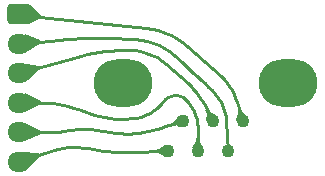
<source format=gbr>
%TF.GenerationSoftware,KiCad,Pcbnew,7.0.9*%
%TF.CreationDate,2023-11-19T17:19:26-08:00*%
%TF.ProjectId,M13-SDL-Rev1,4d31332d-5344-44c2-9d52-6576312e6b69,1*%
%TF.SameCoordinates,Original*%
%TF.FileFunction,Copper,L1,Top*%
%TF.FilePolarity,Positive*%
%FSLAX46Y46*%
G04 Gerber Fmt 4.6, Leading zero omitted, Abs format (unit mm)*
G04 Created by KiCad (PCBNEW 7.0.9) date 2023-11-19 17:19:26*
%MOMM*%
%LPD*%
G01*
G04 APERTURE LIST*
G04 Aperture macros list*
%AMRoundRect*
0 Rectangle with rounded corners*
0 $1 Rounding radius*
0 $2 $3 $4 $5 $6 $7 $8 $9 X,Y pos of 4 corners*
0 Add a 4 corners polygon primitive as box body*
4,1,4,$2,$3,$4,$5,$6,$7,$8,$9,$2,$3,0*
0 Add four circle primitives for the rounded corners*
1,1,$1+$1,$2,$3*
1,1,$1+$1,$4,$5*
1,1,$1+$1,$6,$7*
1,1,$1+$1,$8,$9*
0 Add four rect primitives between the rounded corners*
20,1,$1+$1,$2,$3,$4,$5,0*
20,1,$1+$1,$4,$5,$6,$7,0*
20,1,$1+$1,$6,$7,$8,$9,0*
20,1,$1+$1,$8,$9,$2,$3,0*%
G04 Aperture macros list end*
%TA.AperFunction,ComponentPad*%
%ADD10O,5.000000X4.000000*%
%TD*%
%TA.AperFunction,ComponentPad*%
%ADD11C,1.100000*%
%TD*%
%TA.AperFunction,ComponentPad*%
%ADD12O,1.950000X1.700000*%
%TD*%
%TA.AperFunction,ComponentPad*%
%ADD13RoundRect,0.250000X-0.725000X0.600000X-0.725000X-0.600000X0.725000X-0.600000X0.725000X0.600000X0*%
%TD*%
%TA.AperFunction,Conductor*%
%ADD14C,0.250000*%
%TD*%
%TA.AperFunction,Conductor*%
%ADD15C,0.000000*%
%TD*%
G04 APERTURE END LIST*
D10*
%TO.P,REF\u002A\u002A,14*%
%TO.N,N/C*%
X152970000Y-100600000D03*
%TO.P,REF\u002A\u002A,13*%
X139000000Y-100600000D03*
D11*
%TO.P,REF\u002A\u002A,6*%
%TO.N,M_DATA*%
X142810000Y-106315000D03*
%TO.P,REF\u002A\u002A,5*%
%TO.N,+5V*%
X144080000Y-103775000D03*
%TO.P,REF\u002A\u002A,4*%
%TO.N,KB_CLK*%
X145350000Y-106315000D03*
%TO.P,REF\u002A\u002A,3*%
%TO.N,GND*%
X147890000Y-106315000D03*
X146620000Y-103775000D03*
%TO.P,REF\u002A\u002A,1*%
%TO.N,M_CLK*%
X149160000Y-103775000D03*
%TD*%
D12*
%TO.P,REF\u002A\u002A,6*%
%TO.N,M_DATA*%
X130250000Y-107250000D03*
%TO.P,REF\u002A\u002A,5*%
%TO.N,+5V*%
X130250000Y-104750000D03*
%TO.P,REF\u002A\u002A,4*%
%TO.N,KB_CLK*%
X130250000Y-102250000D03*
%TO.P,REF\u002A\u002A,3*%
%TO.N,GND*%
X130250000Y-99750000D03*
%TO.P,REF\u002A\u002A,2*%
%TO.N,KB_DATA*%
X130250000Y-97250000D03*
D13*
%TO.P,REF\u002A\u002A,1*%
%TO.N,M_CLK*%
X130250000Y-94750000D03*
%TD*%
D14*
%TO.N,M_DATA*%
X138223811Y-106413191D02*
X138655060Y-106435686D01*
X136515719Y-106194411D02*
X136938282Y-106268192D01*
X133562481Y-106166659D02*
X133151352Y-106271652D01*
X135248750Y-106017510D02*
X134824443Y-106013747D01*
X134400782Y-106037436D02*
X133979540Y-106088478D01*
X137362879Y-106329185D02*
X137789124Y-106377335D01*
X135671924Y-106048710D02*
X136092195Y-106107215D01*
X139086791Y-106445156D02*
X139518612Y-106441590D01*
%TO.N,+5V*%
X135751903Y-104476443D02*
X135518587Y-104473040D01*
X134820470Y-104519210D02*
X134589634Y-104553311D01*
X142392354Y-104307395D02*
X142229836Y-104352041D01*
X140362223Y-104791247D02*
X139981531Y-104834084D01*
X135984891Y-104489247D02*
X136217175Y-104511431D01*
X130272655Y-104742966D02*
X130275412Y-104746324D01*
X139216124Y-104863015D02*
X139599186Y-104858027D01*
X143038944Y-104116667D02*
X142877838Y-104166166D01*
X134358952Y-104596953D02*
X134127913Y-104635093D01*
X133896046Y-104667825D02*
X133663477Y-104695127D01*
X138451607Y-104816127D02*
X138833285Y-104849037D01*
X130270566Y-104734628D02*
X130270992Y-104738952D01*
X141114918Y-104649352D02*
X140740327Y-104729619D01*
X130279024Y-104748738D02*
X130283182Y-104750000D01*
X135285324Y-104479042D02*
X135052492Y-104494441D01*
X132960541Y-104744514D02*
X132725928Y-104750000D01*
X142716364Y-104214455D02*
X142554534Y-104261533D01*
X143360021Y-104014054D02*
X143199675Y-104065963D01*
X130273463Y-104726534D02*
X130271414Y-104730366D01*
X133429061Y-104717107D02*
X133194961Y-104733548D01*
%TO.N,KB_CLK*%
X144093563Y-101775230D02*
X144309984Y-101927878D01*
X138783916Y-103613892D02*
X139228198Y-103612320D01*
X143850172Y-101670822D02*
X143590413Y-101619201D01*
X136170797Y-103142897D02*
X136594144Y-103277681D01*
X141617119Y-102905960D02*
X141281103Y-103112678D01*
X144542154Y-102178377D02*
X144727875Y-102420658D01*
X142219685Y-102398081D02*
X141931008Y-102666977D01*
X140174232Y-103520629D02*
X139784432Y-103581418D01*
X142826636Y-101791566D02*
X142614222Y-101949743D01*
X145318913Y-103949181D02*
X145350000Y-104280937D01*
X137898103Y-103547862D02*
X138340151Y-103592387D01*
X145164834Y-103301567D02*
X145257011Y-103621773D01*
X133987249Y-102446995D02*
X134415187Y-102544994D01*
X133120315Y-102309238D02*
X133555332Y-102368357D01*
X134838281Y-102662155D02*
X135255673Y-102798240D01*
X140926265Y-103285101D02*
X140556095Y-103421532D01*
X144890183Y-102679208D02*
X145027662Y-102951773D01*
X143325596Y-101622616D02*
X143067254Y-101680917D01*
X137023919Y-103390296D02*
X137458964Y-103480437D01*
X132683078Y-102269759D02*
X132244507Y-102250000D01*
%TO.N,GND*%
X145404459Y-101604859D02*
X145593742Y-101875351D01*
X140503076Y-97897973D02*
X140980361Y-98028798D01*
X144530921Y-100616757D02*
X144765892Y-100848667D01*
X145770568Y-102154144D02*
X145934574Y-102440667D01*
X136964021Y-97971177D02*
X136456069Y-98061239D01*
X137991391Y-97840233D02*
X137486693Y-97896030D01*
D15*
X146624123Y-104023598D02*
X146621392Y-104024142D01*
D14*
X142310828Y-98677928D02*
X142707687Y-98973595D01*
X146615874Y-104023598D02*
X146618605Y-104024142D01*
D15*
X146629013Y-104020984D02*
X146626697Y-104022532D01*
D14*
X135951333Y-98167854D02*
X135450350Y-98290907D01*
X146610984Y-104020984D02*
X146613300Y-104022532D01*
X139004907Y-97778252D02*
X138497642Y-97800960D01*
X144990109Y-101090990D02*
X145203111Y-101343227D01*
X141443401Y-98203471D02*
X141888176Y-98420476D01*
X140015688Y-97812132D02*
X139522426Y-97772017D01*
%TO.N,KB_DATA*%
X134244258Y-96857222D02*
X133662154Y-96905653D01*
X146576611Y-101192692D02*
X146851146Y-101505776D01*
X144661372Y-99411356D02*
X144983625Y-99707572D01*
X135410568Y-96791076D02*
X134827123Y-96819026D01*
X144014779Y-98821206D02*
X144338423Y-99115900D01*
X147715793Y-103378788D02*
X147775994Y-103790816D01*
X137162588Y-96768772D02*
X137746557Y-96781861D01*
X142945281Y-97912758D02*
X143358024Y-98226021D01*
X145943198Y-100597928D02*
X146256637Y-100891541D01*
X147094475Y-101843686D02*
X147304365Y-102203321D01*
X136578480Y-96765945D02*
X135994413Y-96773381D01*
X142046110Y-97399514D02*
X142506870Y-97636559D01*
X145314249Y-100012923D02*
X145629068Y-100305055D01*
X140051315Y-96874051D02*
X140565301Y-96939688D01*
X141071637Y-97049754D02*
X141566488Y-97203417D01*
X147478892Y-102581384D02*
X147616455Y-102974408D01*
%TO.N,M_CLK*%
X142029150Y-96135998D02*
X142550588Y-96319412D01*
X130322593Y-94801592D02*
X130330942Y-94803178D01*
X144006455Y-97106162D02*
X144445604Y-97441850D01*
X130306453Y-94796317D02*
X130314411Y-94799299D01*
X147810485Y-100561722D02*
X148027081Y-100856487D01*
X130291445Y-94788377D02*
X130298779Y-94792668D01*
X148548977Y-101819842D02*
X148677584Y-102162275D01*
X130278003Y-94778003D02*
X130284502Y-94783477D01*
X148222959Y-101165408D02*
X148397197Y-101487030D01*
X147319312Y-100020130D02*
X147574192Y-100282498D01*
X143056012Y-96543205D02*
X143542303Y-96805996D01*
X140951197Y-95894587D02*
X141494920Y-95994098D01*
%TO.N,M_DATA*%
X138655060Y-106435686D02*
X139086791Y-106445156D01*
X135248750Y-106017510D02*
X135671924Y-106048710D01*
X136938282Y-106268192D02*
X137362879Y-106329185D01*
X133562481Y-106166659D02*
X133979540Y-106088478D01*
%TO.N,+5V*%
X143038944Y-104116667D02*
X143199675Y-104065963D01*
X132960541Y-104744514D02*
X133194961Y-104733548D01*
X134127913Y-104635093D02*
X133896046Y-104667825D01*
X139216124Y-104863015D02*
X138833285Y-104849037D01*
X130270566Y-104734628D02*
X130271414Y-104730366D01*
X140362223Y-104791247D02*
X140740327Y-104729619D01*
X142392354Y-104307395D02*
X142554534Y-104261533D01*
X134820470Y-104519210D02*
X135052492Y-104494441D01*
X135751903Y-104476443D02*
X135984891Y-104489247D01*
X130275412Y-104746324D02*
X130279024Y-104748738D01*
%TO.N,KB_CLK*%
X141617119Y-102905960D02*
X141931008Y-102666977D01*
X138783916Y-103613892D02*
X138340151Y-103592387D01*
X140174232Y-103520629D02*
X140556095Y-103421532D01*
X136594144Y-103277681D02*
X137023919Y-103390296D01*
X142826636Y-101791566D02*
X143067254Y-101680917D01*
X144727875Y-102420658D02*
X144890183Y-102679208D01*
X134415187Y-102544994D02*
X134838281Y-102662155D01*
X144093563Y-101775230D02*
X143850172Y-101670822D01*
X145318913Y-103949181D02*
X145257011Y-103621773D01*
X133120315Y-102309238D02*
X132683078Y-102269759D01*
%TO.N,GND*%
X137991391Y-97840233D02*
X138497642Y-97800960D01*
X140503076Y-97897973D02*
X140015688Y-97812132D01*
X145593742Y-101875351D02*
X145770568Y-102154144D01*
X144765892Y-100848667D02*
X144990109Y-101090990D01*
X142310828Y-98677928D02*
X141888176Y-98420476D01*
D15*
X146624123Y-104023598D02*
X146626697Y-104022532D01*
D14*
X146615874Y-104023598D02*
X146613300Y-104022532D01*
X136456069Y-98061239D02*
X135951333Y-98167854D01*
%TO.N,KB_DATA*%
X144661372Y-99411356D02*
X144338423Y-99115900D01*
X146851146Y-101505776D02*
X147094475Y-101843686D01*
X145943198Y-100597928D02*
X145629068Y-100305055D01*
X142945281Y-97912758D02*
X142506870Y-97636559D01*
X134244258Y-96857222D02*
X134827123Y-96819026D01*
X147715793Y-103378788D02*
X147616455Y-102974408D01*
X137162588Y-96768772D02*
X136578480Y-96765945D01*
X140565301Y-96939688D02*
X141071637Y-97049754D01*
%TO.N,M_CLK*%
X130322593Y-94801592D02*
X130314411Y-94799299D01*
X148548977Y-101819842D02*
X148397197Y-101487030D01*
X147810485Y-100561722D02*
X147574192Y-100282498D01*
X144006455Y-97106162D02*
X143542303Y-96805996D01*
X130291445Y-94788377D02*
X130284502Y-94783477D01*
X142029150Y-96135998D02*
X141494920Y-95994098D01*
%TO.N,M_DATA*%
X138223811Y-106413191D02*
X137789124Y-106377335D01*
X134824443Y-106013747D02*
X134400782Y-106037436D01*
%TO.N,+5V*%
X139981531Y-104834084D02*
X139599186Y-104858027D01*
X142877838Y-104166166D02*
X142716364Y-104214455D01*
X130272655Y-104742966D02*
X130270992Y-104738952D01*
X133663477Y-104695127D02*
X133429061Y-104717107D01*
X135518587Y-104473040D02*
X135285324Y-104479042D01*
%TO.N,KB_CLK*%
X141281103Y-103112678D02*
X140926265Y-103285101D01*
X145164834Y-103301567D02*
X145027662Y-102951773D01*
X137898103Y-103547862D02*
X137458964Y-103480437D01*
X133987249Y-102446995D02*
X133555332Y-102368357D01*
X143590413Y-101619201D02*
X143325596Y-101622616D01*
%TO.N,GND*%
X145404459Y-101604859D02*
X145203111Y-101343227D01*
X136964021Y-97971177D02*
X137486693Y-97896030D01*
X140980361Y-98028798D02*
X141443401Y-98203471D01*
X146621392Y-104024142D02*
X146618605Y-104024142D01*
%TO.N,KB_DATA*%
X135410568Y-96791076D02*
X135994413Y-96773381D01*
X144983625Y-99707572D02*
X145314249Y-100012923D01*
X147304365Y-102203321D02*
X147478892Y-102581384D01*
X142046110Y-97399514D02*
X141566488Y-97203417D01*
%TO.N,M_CLK*%
X142550588Y-96319412D02*
X143056012Y-96543205D01*
X130306453Y-94796317D02*
X130298779Y-94792668D01*
X148027081Y-100856487D02*
X148222959Y-101165408D01*
%TO.N,KB_CLK*%
X144309984Y-101927878D02*
X144542154Y-102178377D01*
X145350000Y-104280937D02*
X145350000Y-106315000D01*
X142219685Y-102398081D02*
X142614222Y-101949743D01*
X139228198Y-103612320D02*
X139784432Y-103581418D01*
X136170797Y-103142897D02*
X135255673Y-102798240D01*
X132244507Y-102250000D02*
X130250000Y-102250000D01*
%TO.N,GND*%
X135450350Y-98290907D02*
X130250000Y-99750000D01*
X144530921Y-100616757D02*
X142707687Y-98973595D01*
X145934574Y-102440667D02*
X146620000Y-103775000D01*
X139004907Y-97778252D02*
X139522426Y-97772017D01*
%TO.N,KB_DATA*%
X147775994Y-103790816D02*
X147900000Y-106305000D01*
X137746557Y-96781861D02*
X140051315Y-96874051D01*
X144014779Y-98821206D02*
X143358024Y-98226021D01*
X133662154Y-96905653D02*
X130250000Y-97250000D01*
X146576611Y-101192692D02*
X146256637Y-100891541D01*
%TO.N,M_DATA*%
X136515719Y-106194411D02*
X136092195Y-106107215D01*
X133151352Y-106271652D02*
X130300000Y-107200000D01*
X139518612Y-106441590D02*
X142810000Y-106315000D01*
%TO.N,M_CLK*%
X130278003Y-94778003D02*
X130250000Y-94750000D01*
X130330942Y-94803178D02*
X140951197Y-95894587D01*
X144445604Y-97441850D02*
X147319312Y-100020130D01*
X148677584Y-102162275D02*
X149160000Y-103775000D01*
%TO.N,+5V*%
X143360021Y-104014054D02*
X144080000Y-103775000D01*
X142229836Y-104352041D02*
X141114918Y-104649352D01*
X136217175Y-104511431D02*
X138451607Y-104816127D01*
X130283182Y-104750000D02*
X132725928Y-104750000D01*
X134589634Y-104553311D02*
X134358952Y-104596953D01*
%TO.N,GND*%
X146610984Y-104020984D02*
X146600000Y-104010000D01*
%TO.N,+5V*%
X130273463Y-104726534D02*
X130300000Y-104700000D01*
D15*
%TO.N,GND*%
X146629013Y-104020984D02*
X146700000Y-103950000D01*
%TD*%
%TA.AperFunction,Conductor*%
%TO.N,KB_CLK*%
G36*
X145472075Y-105218427D02*
G01*
X145475491Y-105226187D01*
X145480723Y-105345503D01*
X145497055Y-105450516D01*
X145522731Y-105536138D01*
X145556491Y-105608462D01*
X145597070Y-105673581D01*
X145597069Y-105673581D01*
X145643212Y-105737601D01*
X145693650Y-105806608D01*
X145747010Y-105886527D01*
X145747225Y-105886877D01*
X145802253Y-105983763D01*
X145802476Y-105984196D01*
X145853027Y-106093483D01*
X145853390Y-106102431D01*
X145847320Y-106109014D01*
X145846904Y-106109197D01*
X145354496Y-106314128D01*
X145345541Y-106314143D01*
X145345504Y-106314128D01*
X144853095Y-106109197D01*
X144846774Y-106102854D01*
X144846789Y-106093899D01*
X144846953Y-106093524D01*
X144897530Y-105984179D01*
X144897745Y-105983763D01*
X144952777Y-105886870D01*
X144952978Y-105886544D01*
X144977301Y-105850112D01*
X145006349Y-105806608D01*
X145056786Y-105737601D01*
X145102925Y-105673588D01*
X145111884Y-105659210D01*
X145143508Y-105608462D01*
X145177268Y-105536138D01*
X145202944Y-105450516D01*
X145219275Y-105345502D01*
X145224509Y-105226186D01*
X145228295Y-105218072D01*
X145236198Y-105215000D01*
X145463802Y-105215000D01*
X145472075Y-105218427D01*
G37*
%TD.AperFunction*%
%TD*%
%TA.AperFunction,Conductor*%
%TO.N,KB_CLK*%
G36*
X130710074Y-101469405D02*
G01*
X132068366Y-102121814D01*
X132074339Y-102128484D01*
X132075000Y-102132360D01*
X132075000Y-102367639D01*
X132071573Y-102375912D01*
X132068366Y-102378186D01*
X130710076Y-103030593D01*
X130701134Y-103031085D01*
X130694867Y-103025876D01*
X130252349Y-102255829D01*
X130251199Y-102246949D01*
X130252350Y-102244170D01*
X130316603Y-102132360D01*
X130694867Y-101474121D01*
X130701959Y-101468658D01*
X130710074Y-101469405D01*
G37*
%TD.AperFunction*%
%TD*%
%TA.AperFunction,Conductor*%
%TO.N,GND*%
G36*
X131950625Y-99139789D02*
G01*
X131958288Y-99144421D01*
X131960129Y-99148194D01*
X132023691Y-99374732D01*
X132022627Y-99383624D01*
X132020364Y-99386488D01*
X130983551Y-100344104D01*
X130975149Y-100347200D01*
X130968160Y-100344528D01*
X130254126Y-99754474D01*
X130249932Y-99746562D01*
X130250005Y-99743740D01*
X130373278Y-98911617D01*
X130377881Y-98903938D01*
X130386566Y-98901760D01*
X131950625Y-99139789D01*
G37*
%TD.AperFunction*%
%TD*%
%TA.AperFunction,Conductor*%
%TO.N,GND*%
G36*
X146237354Y-102755271D02*
G01*
X146299827Y-102862818D01*
X146299831Y-102862823D01*
X146366758Y-102950070D01*
X146366761Y-102950073D01*
X146366762Y-102950074D01*
X146433803Y-103014219D01*
X146502176Y-103062038D01*
X146512619Y-103067674D01*
X146573105Y-103100318D01*
X146647809Y-103135841D01*
X146727343Y-103175308D01*
X146727674Y-103175486D01*
X146797211Y-103216244D01*
X146813202Y-103225617D01*
X146813687Y-103225934D01*
X146906597Y-103293555D01*
X146907079Y-103293948D01*
X146999805Y-103377853D01*
X147003640Y-103385944D01*
X147000630Y-103394378D01*
X147000242Y-103394787D01*
X146623892Y-103772440D01*
X146615625Y-103775881D01*
X146615586Y-103775881D01*
X146082053Y-103775019D01*
X146073785Y-103771579D01*
X146070372Y-103763300D01*
X146070377Y-103762989D01*
X146073955Y-103649109D01*
X146073976Y-103648788D01*
X146083799Y-103543032D01*
X146083830Y-103542762D01*
X146096510Y-103452205D01*
X146109011Y-103372259D01*
X146118271Y-103298447D01*
X146121244Y-103226156D01*
X146114888Y-103150769D01*
X146096158Y-103067674D01*
X146062010Y-102972254D01*
X146014181Y-102870111D01*
X146013777Y-102861166D01*
X146019432Y-102854743D01*
X146221893Y-102750741D01*
X146230817Y-102750010D01*
X146237354Y-102755271D01*
G37*
%TD.AperFunction*%
%TD*%
%TA.AperFunction,Conductor*%
%TO.N,KB_DATA*%
G36*
X147968559Y-105216352D02*
G01*
X147972349Y-105223902D01*
X147984039Y-105345393D01*
X147984040Y-105345399D01*
X148006862Y-105451271D01*
X148038467Y-105536818D01*
X148050756Y-105559325D01*
X148051713Y-105568229D01*
X148046094Y-105575201D01*
X148039177Y-105576558D01*
X147890004Y-105559751D01*
X147889996Y-105559751D01*
X147721947Y-105578685D01*
X147721941Y-105578686D01*
X147721941Y-105578687D01*
X147694397Y-105588325D01*
X147685456Y-105587822D01*
X147679489Y-105581145D01*
X147679651Y-105572983D01*
X147692539Y-105540374D01*
X147693376Y-105536818D01*
X147712486Y-105455553D01*
X147712486Y-105455552D01*
X147712488Y-105455544D01*
X147722586Y-105352373D01*
X147721673Y-105236326D01*
X147725035Y-105228027D01*
X147732794Y-105224550D01*
X147960127Y-105213337D01*
X147968559Y-105216352D01*
G37*
%TD.AperFunction*%
%TD*%
%TA.AperFunction,Conductor*%
%TO.N,KB_DATA*%
G36*
X130709492Y-96467998D02*
G01*
X132032009Y-96941337D01*
X132038643Y-96947352D01*
X132039707Y-96951178D01*
X132063333Y-97185281D01*
X132060754Y-97193857D01*
X132057842Y-97196409D01*
X130710556Y-98028948D01*
X130701717Y-98030382D01*
X130694453Y-98025145D01*
X130694262Y-98024825D01*
X130252356Y-97255929D01*
X130251205Y-97247049D01*
X130252352Y-97244275D01*
X130695406Y-96473185D01*
X130702499Y-96467720D01*
X130709492Y-96467998D01*
G37*
%TD.AperFunction*%
%TD*%
%TA.AperFunction,Conductor*%
%TO.N,M_DATA*%
G36*
X131919505Y-106538068D02*
G01*
X131927440Y-106542218D01*
X131929588Y-106546100D01*
X132002426Y-106769818D01*
X132001729Y-106778745D01*
X131999753Y-106781530D01*
X130983561Y-107843183D01*
X130975365Y-107846790D01*
X130967656Y-107844112D01*
X130254138Y-107254513D01*
X130249944Y-107246602D01*
X130250017Y-107243780D01*
X130373382Y-106410923D01*
X130377984Y-106403241D01*
X130385997Y-106400983D01*
X131919505Y-106538068D01*
G37*
%TD.AperFunction*%
%TD*%
%TA.AperFunction,Conductor*%
%TO.N,M_DATA*%
G36*
X142604014Y-105817683D02*
G01*
X142604219Y-105818147D01*
X142693499Y-106032652D01*
X142777706Y-106234972D01*
X142809128Y-106310466D01*
X142809143Y-106319421D01*
X142809128Y-106319457D01*
X142604178Y-106811949D01*
X142597836Y-106818271D01*
X142588881Y-106818256D01*
X142588508Y-106818093D01*
X142481856Y-106769295D01*
X142481474Y-106769103D01*
X142426427Y-106738866D01*
X142385962Y-106716638D01*
X142385667Y-106716463D01*
X142306257Y-106666379D01*
X142237172Y-106619819D01*
X142172800Y-106578056D01*
X142107369Y-106542259D01*
X142107359Y-106542254D01*
X142107353Y-106542251D01*
X142035066Y-106513579D01*
X142035058Y-106513577D01*
X141950169Y-106493209D01*
X141950163Y-106493207D01*
X141950160Y-106493207D01*
X141950158Y-106493206D01*
X141950150Y-106493205D01*
X141846878Y-106482305D01*
X141846863Y-106482304D01*
X141846859Y-106482304D01*
X141843153Y-106482296D01*
X141730622Y-106482061D01*
X141722356Y-106478617D01*
X141718955Y-106470811D01*
X141710207Y-106243369D01*
X141713313Y-106234972D01*
X141720889Y-106231265D01*
X141842125Y-106220803D01*
X141947787Y-106198824D01*
X142033157Y-106167653D01*
X142104627Y-106128656D01*
X142146855Y-106098645D01*
X142168584Y-106083204D01*
X142231437Y-106032652D01*
X142299476Y-105978445D01*
X142299661Y-105978306D01*
X142379159Y-105921883D01*
X142379559Y-105921624D01*
X142476978Y-105864256D01*
X142477462Y-105864002D01*
X142549287Y-105830380D01*
X142588457Y-105812045D01*
X142597403Y-105811643D01*
X142604014Y-105817683D01*
G37*
%TD.AperFunction*%
%TD*%
%TA.AperFunction,Conductor*%
%TO.N,M_CLK*%
G36*
X131184576Y-94018163D02*
G01*
X131815991Y-94607913D01*
X131969048Y-94750871D01*
X132079078Y-94853640D01*
X132082785Y-94861791D01*
X132082731Y-94863386D01*
X132058437Y-95099785D01*
X132054182Y-95107665D01*
X132051868Y-95109133D01*
X131078193Y-95577352D01*
X131069252Y-95577849D01*
X131064803Y-95575034D01*
X130258167Y-94759164D01*
X130254787Y-94750871D01*
X130258261Y-94742618D01*
X130259186Y-94741796D01*
X131169307Y-94017557D01*
X131177912Y-94015088D01*
X131184576Y-94018163D01*
G37*
%TD.AperFunction*%
%TD*%
%TA.AperFunction,Conductor*%
%TO.N,M_CLK*%
G36*
X148964934Y-102697284D02*
G01*
X148970465Y-102703841D01*
X149006020Y-102809236D01*
X149006021Y-102809237D01*
X149046463Y-102900946D01*
X149046467Y-102900954D01*
X149089290Y-102973516D01*
X149089295Y-102973523D01*
X149135612Y-103032187D01*
X149162641Y-103058734D01*
X149186525Y-103082193D01*
X149186528Y-103082195D01*
X149186528Y-103082196D01*
X149243150Y-103128798D01*
X149306592Y-103177244D01*
X149377960Y-103232776D01*
X149458248Y-103300546D01*
X149458489Y-103300762D01*
X149540163Y-103377838D01*
X149543828Y-103386008D01*
X149540642Y-103394377D01*
X149540419Y-103394607D01*
X149163723Y-103772509D01*
X149155456Y-103775949D01*
X149155417Y-103775949D01*
X148622303Y-103775021D01*
X148614035Y-103771580D01*
X148610623Y-103763301D01*
X148610638Y-103762737D01*
X148617203Y-103636619D01*
X148617272Y-103635983D01*
X148636144Y-103521738D01*
X148636273Y-103521145D01*
X148662833Y-103424814D01*
X148662956Y-103424425D01*
X148693273Y-103340034D01*
X148723318Y-103261891D01*
X148748991Y-103184387D01*
X148766261Y-103101724D01*
X148771096Y-103008101D01*
X148759466Y-102897720D01*
X148729944Y-102775556D01*
X148731332Y-102766712D01*
X148737961Y-102761602D01*
X148956027Y-102696372D01*
X148964934Y-102697284D01*
G37*
%TD.AperFunction*%
%TD*%
%TA.AperFunction,Conductor*%
%TO.N,+5V*%
G36*
X143699378Y-103394371D02*
G01*
X143699792Y-103394764D01*
X144077502Y-103771255D01*
X144080942Y-103779523D01*
X144080942Y-103779562D01*
X144080021Y-104312545D01*
X144076580Y-104320812D01*
X144068301Y-104324225D01*
X144067571Y-104324201D01*
X143964101Y-104317553D01*
X143963303Y-104317446D01*
X143920189Y-104308603D01*
X143867940Y-104297887D01*
X143867206Y-104297686D01*
X143786980Y-104269987D01*
X143786466Y-104269782D01*
X143716258Y-104237830D01*
X143651324Y-104205666D01*
X143651316Y-104205662D01*
X143651309Y-104205659D01*
X143586982Y-104177431D01*
X143518391Y-104157193D01*
X143518390Y-104157192D01*
X143518384Y-104157191D01*
X143440649Y-104148990D01*
X143348873Y-104156873D01*
X143348863Y-104156875D01*
X143248801Y-104182197D01*
X143239940Y-104180905D01*
X143234800Y-104174459D01*
X143164589Y-103957579D01*
X143165301Y-103948655D01*
X143171515Y-103943059D01*
X143257847Y-103909822D01*
X143331054Y-103869259D01*
X143385955Y-103825032D01*
X143427709Y-103776823D01*
X143461475Y-103724316D01*
X143492418Y-103667181D01*
X143525638Y-103605208D01*
X143525751Y-103605011D01*
X143566327Y-103537992D01*
X143566590Y-103537598D01*
X143619691Y-103465123D01*
X143620059Y-103464672D01*
X143682853Y-103395204D01*
X143690942Y-103391366D01*
X143699378Y-103394371D01*
G37*
%TD.AperFunction*%
%TD*%
%TA.AperFunction,Conductor*%
%TO.N,+5V*%
G36*
X130710074Y-103969405D02*
G01*
X132068366Y-104621814D01*
X132074339Y-104628484D01*
X132075000Y-104632360D01*
X132075000Y-104867639D01*
X132071573Y-104875912D01*
X132068366Y-104878186D01*
X130710076Y-105530593D01*
X130701134Y-105531085D01*
X130694867Y-105525876D01*
X130252349Y-104755829D01*
X130251199Y-104746949D01*
X130252350Y-104744170D01*
X130316603Y-104632360D01*
X130694867Y-103974121D01*
X130701959Y-103968658D01*
X130710074Y-103969405D01*
G37*
%TD.AperFunction*%
%TD*%
M02*

</source>
